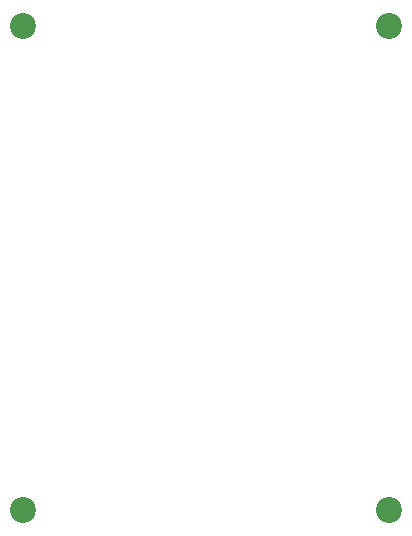
<source format=gbr>
%TF.GenerationSoftware,Altium Limited,Altium Designer,26.2.0 (7)*%
G04 Layer_Color=0*
%FSLAX45Y45*%
%MOMM*%
%TF.SameCoordinates,1220A514-1184-4156-BF0E-9310A74DF62C*%
%TF.FilePolarity,Positive*%
%TF.FileFunction,NonPlated,1,4,NPTH,Drill*%
%TF.Part,Single*%
G01*
G75*
%TA.AperFunction,OtherDrill,Pad Free-3 (99.025mm,113.275mm)*%
%ADD80C,2.20000*%
%TA.AperFunction,OtherDrill,Pad Free-2 (130.025mm,72.275mm)*%
%ADD81C,2.20000*%
%TA.AperFunction,OtherDrill,Pad Free-1 (99.025mm,72.275mm)*%
%ADD82C,2.20000*%
%TA.AperFunction,OtherDrill,Pad Free-0 (130.025mm,113.275mm)*%
%ADD83C,2.20000*%
D80*
X9902500Y11327500D02*
D03*
D81*
X13002499Y7227500D02*
D03*
D82*
X9902500D02*
D03*
D83*
X13002499Y11327500D02*
D03*
%TF.MD5,0e0b8baff7cb9a07c3672e1136f88a0d*%
M02*

</source>
